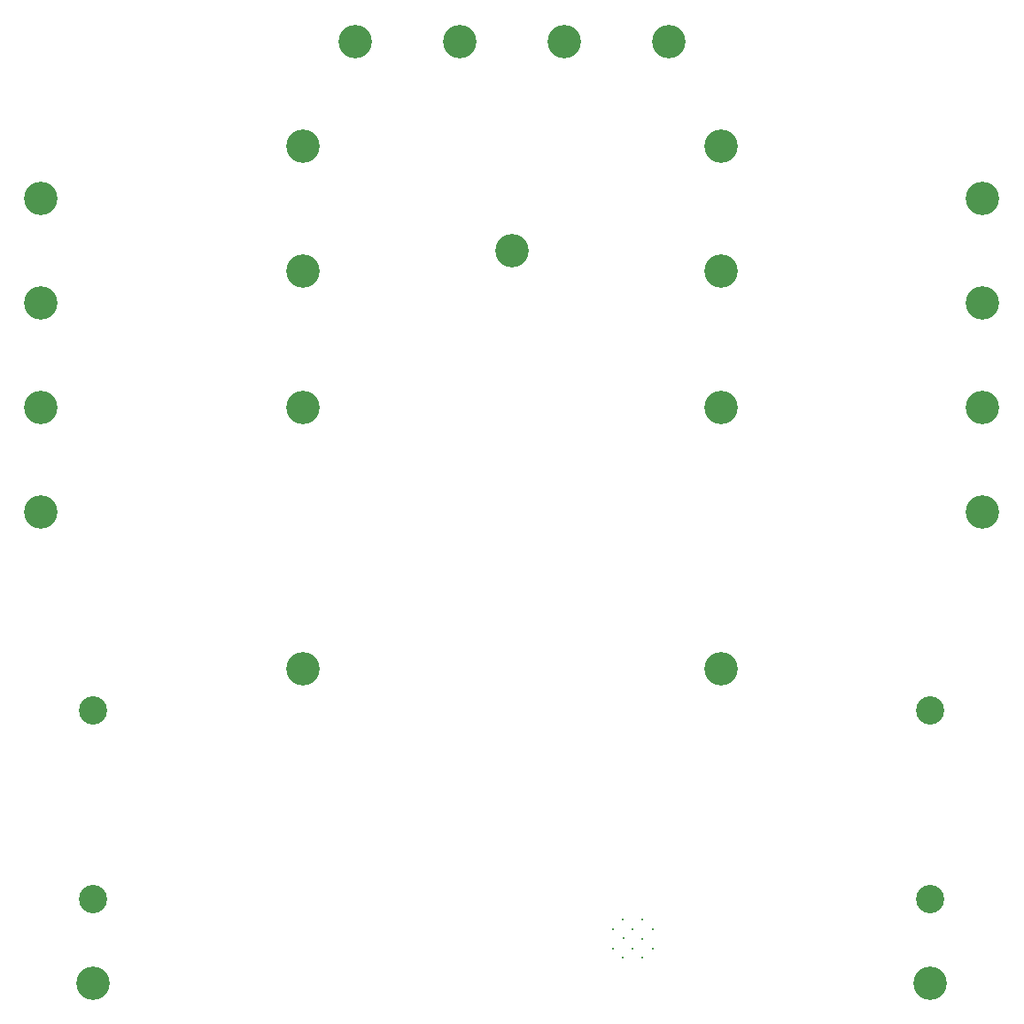
<source format=gbr>
G04 #@! TF.GenerationSoftware,KiCad,Pcbnew,(6.0.5)*
G04 #@! TF.CreationDate,2022-06-24T16:52:39-05:00*
G04 #@! TF.ProjectId,robo_car,726f626f-5f63-4617-922e-6b696361645f,1.0P*
G04 #@! TF.SameCoordinates,Original*
G04 #@! TF.FileFunction,Soldermask,Bot*
G04 #@! TF.FilePolarity,Negative*
%FSLAX46Y46*%
G04 Gerber Fmt 4.6, Leading zero omitted, Abs format (unit mm)*
G04 Created by KiCad (PCBNEW (6.0.5)) date 2022-06-24 16:52:39*
%MOMM*%
%LPD*%
G01*
G04 APERTURE LIST*
%ADD10C,3.200000*%
%ADD11C,2.700000*%
%ADD12C,0.300000*%
G04 APERTURE END LIST*
D10*
X110000000Y-145000000D03*
X195000000Y-70000000D03*
D11*
X110000000Y-137000000D03*
D10*
X130000000Y-115000000D03*
X170000000Y-65000000D03*
D11*
X110000000Y-119000000D03*
D10*
X170000000Y-90000000D03*
X150000000Y-75000000D03*
D11*
X190000000Y-137000000D03*
D10*
X165000000Y-55000000D03*
X105000000Y-100000000D03*
X170000000Y-115000000D03*
X130000000Y-90000000D03*
X195000000Y-80000000D03*
D12*
X162460000Y-138940000D03*
X163460000Y-139890000D03*
X162460000Y-142620000D03*
X161530000Y-139870000D03*
X160640000Y-140760000D03*
X159650000Y-139870000D03*
X162470000Y-140770000D03*
X163450000Y-141750000D03*
X160630000Y-138930000D03*
X160630000Y-142610000D03*
X161520000Y-141730000D03*
X159640000Y-141730000D03*
D10*
X170000000Y-77000000D03*
X145000000Y-55000000D03*
X195000000Y-90000000D03*
X135000000Y-55000000D03*
X105000000Y-90000000D03*
X130000000Y-65000000D03*
X105000000Y-70000000D03*
X155000000Y-55000000D03*
X190000000Y-145000000D03*
X130000000Y-77000000D03*
X105000000Y-80000000D03*
D11*
X190000000Y-119000000D03*
D10*
X195000000Y-100000000D03*
M02*

</source>
